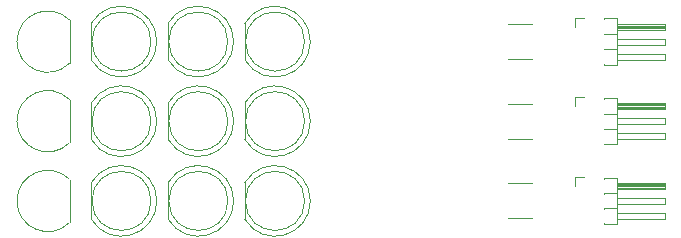
<source format=gto>
G04 #@! TF.GenerationSoftware,KiCad,Pcbnew,(5.0.0)*
G04 #@! TF.CreationDate,2019-02-18T12:30:38-08:00*
G04 #@! TF.ProjectId,mlab100_LEDPCB_1.6,6D6C61623130305F4C45445043425F31,rev?*
G04 #@! TF.SameCoordinates,Original*
G04 #@! TF.FileFunction,Legend,Top*
G04 #@! TF.FilePolarity,Positive*
%FSLAX46Y46*%
G04 Gerber Fmt 4.6, Leading zero omitted, Abs format (unit mm)*
G04 Created by KiCad (PCBNEW (5.0.0)) date 02/18/19 12:30:38*
%MOMM*%
%LPD*%
G01*
G04 APERTURE LIST*
%ADD10C,0.120000*%
G04 APERTURE END LIST*
D10*
G04 #@! TO.C,J15*
X49940000Y-7740323D02*
X49940000Y-7665000D01*
X49940000Y-7665000D02*
X51060000Y-7665000D01*
X51060000Y-7665000D02*
X51060000Y-11595000D01*
X51060000Y-11595000D02*
X49940000Y-11595000D01*
X49940000Y-11595000D02*
X49940000Y-11519677D01*
X51060000Y-8100000D02*
X55060000Y-8100000D01*
X55060000Y-8100000D02*
X55060000Y-8620000D01*
X55060000Y-8620000D02*
X51060000Y-8620000D01*
X51060000Y-8160000D02*
X55060000Y-8160000D01*
X51060000Y-8280000D02*
X55060000Y-8280000D01*
X51060000Y-8400000D02*
X55060000Y-8400000D01*
X51060000Y-8520000D02*
X55060000Y-8520000D01*
X49940000Y-8995000D02*
X51060000Y-8995000D01*
X49940000Y-8979677D02*
X49940000Y-9010323D01*
X51060000Y-9370000D02*
X55060000Y-9370000D01*
X55060000Y-9370000D02*
X55060000Y-9890000D01*
X55060000Y-9890000D02*
X51060000Y-9890000D01*
X49940000Y-10265000D02*
X51060000Y-10265000D01*
X49940000Y-10249677D02*
X49940000Y-10280323D01*
X51060000Y-10640000D02*
X55060000Y-10640000D01*
X55060000Y-10640000D02*
X55060000Y-11160000D01*
X55060000Y-11160000D02*
X51060000Y-11160000D01*
X47470000Y-8360000D02*
X47470000Y-7600000D01*
X47470000Y-7600000D02*
X48230000Y-7600000D01*
G04 #@! TO.C,D4*
X25060000Y-16380462D02*
G75*
G03X19510000Y-14835170I-2990000J462D01*
G01*
X25060000Y-16379538D02*
G75*
G02X19510000Y-17924830I-2990000J-462D01*
G01*
X24570000Y-16380000D02*
G75*
G03X24570000Y-16380000I-2500000J0D01*
G01*
X19510000Y-14835000D02*
X19510000Y-17925000D01*
G04 #@! TO.C,D1*
X12060000Y-16380462D02*
G75*
G03X6510000Y-14835170I-2990000J462D01*
G01*
X12060000Y-16379538D02*
G75*
G02X6510000Y-17924830I-2990000J-462D01*
G01*
X11570000Y-16380000D02*
G75*
G03X11570000Y-16380000I-2500000J0D01*
G01*
X6510000Y-14835000D02*
X6510000Y-17925000D01*
G04 #@! TO.C,D5*
X6510000Y-8085000D02*
X6510000Y-11175000D01*
X11570000Y-9630000D02*
G75*
G03X11570000Y-9630000I-2500000J0D01*
G01*
X12060000Y-9629538D02*
G75*
G02X6510000Y-11174830I-2990000J-462D01*
G01*
X12060000Y-9630462D02*
G75*
G03X6510000Y-8085170I-2990000J462D01*
G01*
G04 #@! TO.C,D2*
X13020000Y-14835000D02*
X13020000Y-17925000D01*
X18080000Y-16380000D02*
G75*
G03X18080000Y-16380000I-2500000J0D01*
G01*
X18570000Y-16379538D02*
G75*
G02X13020000Y-17924830I-2990000J-462D01*
G01*
X18570000Y-16380462D02*
G75*
G03X13020000Y-14835170I-2990000J462D01*
G01*
G04 #@! TO.C,D8*
X13020000Y-8085000D02*
X13020000Y-11175000D01*
X18080000Y-9630000D02*
G75*
G03X18080000Y-9630000I-2500000J0D01*
G01*
X18570000Y-9629538D02*
G75*
G02X13020000Y-11174830I-2990000J-462D01*
G01*
X18570000Y-9630462D02*
G75*
G03X13020000Y-8085170I-2990000J462D01*
G01*
G04 #@! TO.C,D9*
X25060000Y-9630462D02*
G75*
G03X19510000Y-8085170I-2990000J462D01*
G01*
X25060000Y-9629538D02*
G75*
G02X19510000Y-11174830I-2990000J-462D01*
G01*
X24570000Y-9630000D02*
G75*
G03X24570000Y-9630000I-2500000J0D01*
G01*
X19510000Y-8085000D02*
X19510000Y-11175000D01*
G04 #@! TO.C,D10*
X6510000Y-1345000D02*
X6510000Y-4435000D01*
X11570000Y-2890000D02*
G75*
G03X11570000Y-2890000I-2500000J0D01*
G01*
X12060000Y-2889538D02*
G75*
G02X6510000Y-4434830I-2990000J-462D01*
G01*
X12060000Y-2890462D02*
G75*
G03X6510000Y-1345170I-2990000J462D01*
G01*
G04 #@! TO.C,D11*
X18560000Y-2890462D02*
G75*
G03X13010000Y-1345170I-2990000J462D01*
G01*
X18560000Y-2889538D02*
G75*
G02X13010000Y-4434830I-2990000J-462D01*
G01*
X18070000Y-2890000D02*
G75*
G03X18070000Y-2890000I-2500000J0D01*
G01*
X13010000Y-1345000D02*
X13010000Y-4435000D01*
G04 #@! TO.C,D12*
X25060000Y-2890462D02*
G75*
G03X19510000Y-1345170I-2990000J462D01*
G01*
X25060000Y-2889538D02*
G75*
G02X19510000Y-4434830I-2990000J-462D01*
G01*
X24570000Y-2890000D02*
G75*
G03X24570000Y-2890000I-2500000J0D01*
G01*
X19510000Y-1345000D02*
X19510000Y-4435000D01*
G04 #@! TO.C,J14*
X47470000Y-14350000D02*
X48230000Y-14350000D01*
X47470000Y-15110000D02*
X47470000Y-14350000D01*
X55060000Y-17910000D02*
X51060000Y-17910000D01*
X55060000Y-17390000D02*
X55060000Y-17910000D01*
X51060000Y-17390000D02*
X55060000Y-17390000D01*
X49940000Y-16999677D02*
X49940000Y-17030323D01*
X49940000Y-17015000D02*
X51060000Y-17015000D01*
X55060000Y-16640000D02*
X51060000Y-16640000D01*
X55060000Y-16120000D02*
X55060000Y-16640000D01*
X51060000Y-16120000D02*
X55060000Y-16120000D01*
X49940000Y-15729677D02*
X49940000Y-15760323D01*
X49940000Y-15745000D02*
X51060000Y-15745000D01*
X51060000Y-15270000D02*
X55060000Y-15270000D01*
X51060000Y-15150000D02*
X55060000Y-15150000D01*
X51060000Y-15030000D02*
X55060000Y-15030000D01*
X51060000Y-14910000D02*
X55060000Y-14910000D01*
X55060000Y-15370000D02*
X51060000Y-15370000D01*
X55060000Y-14850000D02*
X55060000Y-15370000D01*
X51060000Y-14850000D02*
X55060000Y-14850000D01*
X49940000Y-18345000D02*
X49940000Y-18269677D01*
X51060000Y-18345000D02*
X49940000Y-18345000D01*
X51060000Y-14415000D02*
X51060000Y-18345000D01*
X49940000Y-14415000D02*
X51060000Y-14415000D01*
X49940000Y-14490323D02*
X49940000Y-14415000D01*
G04 #@! TO.C,J16*
X47470000Y-860000D02*
X48230000Y-860000D01*
X47470000Y-1620000D02*
X47470000Y-860000D01*
X55060000Y-4420000D02*
X51060000Y-4420000D01*
X55060000Y-3900000D02*
X55060000Y-4420000D01*
X51060000Y-3900000D02*
X55060000Y-3900000D01*
X49940000Y-3509677D02*
X49940000Y-3540323D01*
X49940000Y-3525000D02*
X51060000Y-3525000D01*
X55060000Y-3150000D02*
X51060000Y-3150000D01*
X55060000Y-2630000D02*
X55060000Y-3150000D01*
X51060000Y-2630000D02*
X55060000Y-2630000D01*
X49940000Y-2239677D02*
X49940000Y-2270323D01*
X49940000Y-2255000D02*
X51060000Y-2255000D01*
X51060000Y-1780000D02*
X55060000Y-1780000D01*
X51060000Y-1660000D02*
X55060000Y-1660000D01*
X51060000Y-1540000D02*
X55060000Y-1540000D01*
X51060000Y-1420000D02*
X55060000Y-1420000D01*
X55060000Y-1880000D02*
X51060000Y-1880000D01*
X55060000Y-1360000D02*
X55060000Y-1880000D01*
X51060000Y-1360000D02*
X55060000Y-1360000D01*
X49940000Y-4855000D02*
X49940000Y-4779677D01*
X51060000Y-4855000D02*
X49940000Y-4855000D01*
X51060000Y-925000D02*
X51060000Y-4855000D01*
X49940000Y-925000D02*
X51060000Y-925000D01*
X49940000Y-1000323D02*
X49940000Y-925000D01*
G04 #@! TO.C,U4*
X4658478Y-14541522D02*
G75*
G03X220000Y-16380000I-1838478J-1838478D01*
G01*
X4658478Y-18218478D02*
G75*
G02X220000Y-16380000I-1838478J1838478D01*
G01*
X4670000Y-18180000D02*
X4670000Y-14580000D01*
G04 #@! TO.C,U5*
X4670000Y-11430000D02*
X4670000Y-7830000D01*
X4658478Y-11468478D02*
G75*
G02X220000Y-9630000I-1838478J1838478D01*
G01*
X4658478Y-7791522D02*
G75*
G03X220000Y-9630000I-1838478J-1838478D01*
G01*
G04 #@! TO.C,U6*
X4658478Y-1051522D02*
G75*
G03X220000Y-2890000I-1838478J-1838478D01*
G01*
X4658478Y-4728478D02*
G75*
G02X220000Y-2890000I-1838478J1838478D01*
G01*
X4670000Y-4690000D02*
X4670000Y-1090000D01*
G04 #@! TO.C,R1*
X41820000Y-14900000D02*
X43820000Y-14900000D01*
X43820000Y-17860000D02*
X41820000Y-17860000D01*
G04 #@! TO.C,R2*
X43820000Y-11110000D02*
X41820000Y-11110000D01*
X41820000Y-8150000D02*
X43820000Y-8150000D01*
G04 #@! TO.C,R3*
X41820000Y-1410000D02*
X43820000Y-1410000D01*
X43820000Y-4370000D02*
X41820000Y-4370000D01*
G04 #@! TD*
M02*

</source>
